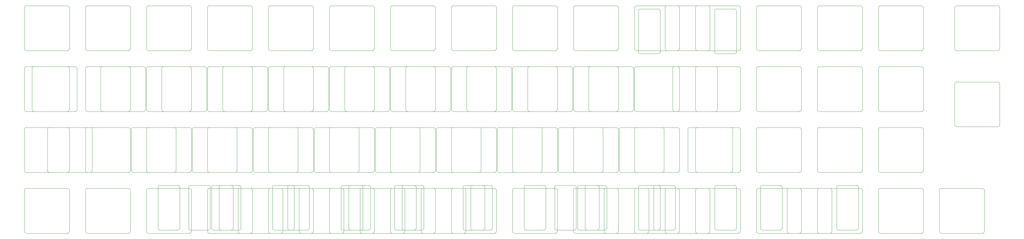
<source format=gbr>
G04 #@! TF.GenerationSoftware,KiCad,Pcbnew,8.0.4-1.fc39*
G04 #@! TF.CreationDate,2024-09-17T18:41:10-04:00*
G04 #@! TF.ProjectId,Q9-Chimera,51392d43-6869-46d6-9572-612e6b696361,rev?*
G04 #@! TF.SameCoordinates,Original*
G04 #@! TF.FileFunction,Other,ECO2*
%FSLAX46Y46*%
G04 Gerber Fmt 4.6, Leading zero omitted, Abs format (unit mm)*
G04 Created by KiCad (PCBNEW 8.0.4-1.fc39) date 2024-09-17 18:41:10*
%MOMM*%
%LPD*%
G01*
G04 APERTURE LIST*
%ADD10C,0.050000*%
G04 APERTURE END LIST*
D10*
G04 #@! TO.C,MX9*
X170800000Y-18900000D02*
X170800000Y-31900000D01*
X171300000Y-32400000D02*
X184300000Y-32400000D01*
X184300000Y-18400000D02*
X171300000Y-18400000D01*
X184800000Y-31900000D02*
X184800000Y-18900000D01*
X170800000Y-18900000D02*
G75*
G02*
X171300000Y-18400000I500000J0D01*
G01*
X171300000Y-32400000D02*
G75*
G02*
X170800000Y-31900000I0J500000D01*
G01*
X184300000Y-18400000D02*
G75*
G02*
X184800000Y-18900000I-1J-500001D01*
G01*
X184797236Y-31898884D02*
G75*
G02*
X184297236Y-32398884I-500001J1D01*
G01*
G04 #@! TO.C,MX20*
X75550000Y-37950000D02*
X75550000Y-50950000D01*
X76050000Y-51450000D02*
X89050000Y-51450000D01*
X89050000Y-37450000D02*
X76050000Y-37450000D01*
X89550000Y-50950000D02*
X89550000Y-37950000D01*
X75550000Y-37950000D02*
G75*
G02*
X76050000Y-37450000I500000J0D01*
G01*
X76050000Y-51450000D02*
G75*
G02*
X75550000Y-50950000I0J500000D01*
G01*
X89050000Y-37450000D02*
G75*
G02*
X89550000Y-37950000I-1J-500001D01*
G01*
X89547236Y-50948884D02*
G75*
G02*
X89047236Y-51448884I-500001J1D01*
G01*
G04 #@! TO.C,MX90*
X225568568Y-57000000D02*
X225568568Y-70000000D01*
X226068568Y-70500000D02*
X239068568Y-70500000D01*
X239068568Y-56500000D02*
X226068568Y-56500000D01*
X239568568Y-70000000D02*
X239568568Y-57000000D01*
X225568568Y-57000000D02*
G75*
G02*
X226068568Y-56500000I500000J0D01*
G01*
X226068568Y-70500000D02*
G75*
G02*
X225568568Y-70000000I0J500000D01*
G01*
X239068568Y-56500000D02*
G75*
G02*
X239568568Y-57000000I-1J-500001D01*
G01*
X239565804Y-69998884D02*
G75*
G02*
X239065804Y-70498884I-500001J1D01*
G01*
G04 #@! TO.C,MX49*
X37450000Y-76050000D02*
X37450000Y-89050000D01*
X37950000Y-89550000D02*
X50950000Y-89550000D01*
X50950000Y-75550000D02*
X37950000Y-75550000D01*
X51450000Y-89050000D02*
X51450000Y-76050000D01*
X37450000Y-76050000D02*
G75*
G02*
X37950000Y-75550000I500000J0D01*
G01*
X37950000Y-89550000D02*
G75*
G02*
X37450000Y-89050000I0J500000D01*
G01*
X50950000Y-75550000D02*
G75*
G02*
X51450000Y-76050000I-1J-500001D01*
G01*
X51447236Y-89048884D02*
G75*
G02*
X50947236Y-89548884I-500001J1D01*
G01*
G04 #@! TO.C,MX36*
X75550000Y-57000000D02*
X75550000Y-70000000D01*
X76050000Y-70500000D02*
X89050000Y-70500000D01*
X89050000Y-56500000D02*
X76050000Y-56500000D01*
X89550000Y-70000000D02*
X89550000Y-57000000D01*
X75552764Y-57001116D02*
G75*
G02*
X76052764Y-56501116I500001J-1D01*
G01*
X76050000Y-70500000D02*
G75*
G02*
X75550000Y-70000000I1J500001D01*
G01*
X89050000Y-56500000D02*
G75*
G02*
X89550000Y-57000000I0J-500000D01*
G01*
X89550000Y-70000000D02*
G75*
G02*
X89050000Y-70500000I-500000J0D01*
G01*
G04 #@! TO.C,MX16*
X308912500Y-18900000D02*
X308912500Y-31900000D01*
X309412500Y-32400000D02*
X322412500Y-32400000D01*
X322412500Y-18400000D02*
X309412500Y-18400000D01*
X322912500Y-31900000D02*
X322912500Y-18900000D01*
X308912500Y-18900000D02*
G75*
G02*
X309412500Y-18400000I500000J0D01*
G01*
X309412500Y-32400000D02*
G75*
G02*
X308912500Y-31900000I0J500000D01*
G01*
X322412500Y-18400000D02*
G75*
G02*
X322912500Y-18900000I-1J-500001D01*
G01*
X322909736Y-31898884D02*
G75*
G02*
X322409736Y-32398884I-500001J1D01*
G01*
G04 #@! TO.C,MX5*
X94600000Y-18900000D02*
X94600000Y-31900000D01*
X95100000Y-32400000D02*
X108100000Y-32400000D01*
X108100000Y-18400000D02*
X95100000Y-18400000D01*
X108600000Y-31900000D02*
X108600000Y-18900000D01*
X94600000Y-18900000D02*
G75*
G02*
X95100000Y-18400000I500000J0D01*
G01*
X95100000Y-32400000D02*
G75*
G02*
X94600000Y-31900000I0J500000D01*
G01*
X108100000Y-18400000D02*
G75*
G02*
X108600000Y-18900000I-1J-500001D01*
G01*
X108597236Y-31898884D02*
G75*
G02*
X108097236Y-32398884I-500001J1D01*
G01*
G04 #@! TO.C,MX37*
X94600000Y-57000000D02*
X94600000Y-70000000D01*
X95100000Y-70500000D02*
X108100000Y-70500000D01*
X108100000Y-56500000D02*
X95100000Y-56500000D01*
X108600000Y-70000000D02*
X108600000Y-57000000D01*
X94602764Y-57001116D02*
G75*
G02*
X95102764Y-56501116I500001J-1D01*
G01*
X95100000Y-70500000D02*
G75*
G02*
X94600000Y-70000000I1J500001D01*
G01*
X108100000Y-56500000D02*
G75*
G02*
X108600000Y-57000000I0J-500000D01*
G01*
X108600000Y-70000000D02*
G75*
G02*
X108100000Y-70500000I-500000J0D01*
G01*
G04 #@! TO.C,MX82*
X70787448Y-57000000D02*
X70787448Y-70000000D01*
X71287448Y-70500000D02*
X84287448Y-70500000D01*
X84287448Y-56500000D02*
X71287448Y-56500000D01*
X84787448Y-70000000D02*
X84787448Y-57000000D01*
X70787448Y-57000000D02*
G75*
G02*
X71287448Y-56500000I500000J0D01*
G01*
X71287448Y-70500000D02*
G75*
G02*
X70787448Y-70000000I0J500000D01*
G01*
X84287448Y-56500000D02*
G75*
G02*
X84787448Y-57000000I-1J-500001D01*
G01*
X84784684Y-69998884D02*
G75*
G02*
X84284684Y-70498884I-500001J1D01*
G01*
G04 #@! TO.C,MX44*
X227950000Y-57000000D02*
X227950000Y-70000000D01*
X228450000Y-70500000D02*
X241450000Y-70500000D01*
X241450000Y-56500000D02*
X228450000Y-56500000D01*
X241950000Y-70000000D02*
X241950000Y-57000000D01*
X227952764Y-57001116D02*
G75*
G02*
X228452764Y-56501116I500001J-1D01*
G01*
X228450000Y-70500000D02*
G75*
G02*
X227950000Y-70000000I1J500001D01*
G01*
X241450000Y-56500000D02*
G75*
G02*
X241950000Y-57000000I0J-500000D01*
G01*
X241950000Y-70000000D02*
G75*
G02*
X241450000Y-70500000I-500000J0D01*
G01*
G04 #@! TO.C,MX30*
X266050000Y-37950000D02*
X266050000Y-50950000D01*
X266550000Y-51450000D02*
X279550000Y-51450000D01*
X279550000Y-37450000D02*
X266550000Y-37450000D01*
X280050000Y-50950000D02*
X280050000Y-37950000D01*
X266050000Y-37950000D02*
G75*
G02*
X266550000Y-37450000I500000J0D01*
G01*
X266550000Y-51450000D02*
G75*
G02*
X266050000Y-50950000I0J500000D01*
G01*
X279550000Y-37450000D02*
G75*
G02*
X280050000Y-37950000I-1J-500001D01*
G01*
X280047236Y-50948884D02*
G75*
G02*
X279547236Y-51448884I-500001J1D01*
G01*
G04 #@! TO.C,MX52*
X94600000Y-76050000D02*
X94600000Y-89050000D01*
X95100000Y-89550000D02*
X108100000Y-89550000D01*
X108100000Y-75550000D02*
X95100000Y-75550000D01*
X108600000Y-89050000D02*
X108600000Y-76050000D01*
X94600000Y-76050000D02*
G75*
G02*
X95100000Y-75550000I500000J0D01*
G01*
X95100000Y-89550000D02*
G75*
G02*
X94600000Y-89050000I0J500000D01*
G01*
X108100000Y-75550000D02*
G75*
G02*
X108600000Y-76050000I-1J-500001D01*
G01*
X108597236Y-89048884D02*
G75*
G02*
X108097236Y-89548884I-500001J1D01*
G01*
G04 #@! TO.C,MX50*
X56500000Y-76050000D02*
X56500000Y-89050000D01*
X57000000Y-89550000D02*
X70000000Y-89550000D01*
X70000000Y-75550000D02*
X57000000Y-75550000D01*
X70500000Y-89050000D02*
X70500000Y-76050000D01*
X56500000Y-76050000D02*
G75*
G02*
X57000000Y-75550000I500000J0D01*
G01*
X57000000Y-89550000D02*
G75*
G02*
X56500000Y-89050000I0J500000D01*
G01*
X70000000Y-75550000D02*
G75*
G02*
X70500000Y-76050000I-1J-500001D01*
G01*
X70497236Y-89048884D02*
G75*
G02*
X69997236Y-89548884I-500001J1D01*
G01*
G04 #@! TO.C,MX83*
X89837432Y-57000000D02*
X89837432Y-70000000D01*
X90337432Y-70500000D02*
X103337432Y-70500000D01*
X103337432Y-56500000D02*
X90337432Y-56500000D01*
X103837432Y-70000000D02*
X103837432Y-57000000D01*
X89837432Y-57000000D02*
G75*
G02*
X90337432Y-56500000I500000J0D01*
G01*
X90337432Y-70500000D02*
G75*
G02*
X89837432Y-70000000I0J500000D01*
G01*
X103337432Y-56500000D02*
G75*
G02*
X103837432Y-57000000I-1J-500001D01*
G01*
X103834668Y-69998884D02*
G75*
G02*
X103334668Y-70498884I-500001J1D01*
G01*
G04 #@! TO.C,MX74*
X118412408Y-37950000D02*
X118412408Y-50950000D01*
X118912408Y-51450000D02*
X131912408Y-51450000D01*
X131912408Y-37450000D02*
X118912408Y-37450000D01*
X132412408Y-50950000D02*
X132412408Y-37950000D01*
X118415172Y-37951116D02*
G75*
G02*
X118915172Y-37451116I500001J-1D01*
G01*
X118912408Y-51450000D02*
G75*
G02*
X118412408Y-50950000I1J500001D01*
G01*
X131912408Y-37450000D02*
G75*
G02*
X132412408Y-37950000I0J-500000D01*
G01*
X132412408Y-50950000D02*
G75*
G02*
X131912408Y-51450000I-500000J0D01*
G01*
G04 #@! TO.C,MX47*
X285100000Y-57000000D02*
X285100000Y-70000000D01*
X285600000Y-70500000D02*
X298600000Y-70500000D01*
X298600000Y-56500000D02*
X285600000Y-56500000D01*
X299100000Y-70000000D02*
X299100000Y-57000000D01*
X285100000Y-57000000D02*
G75*
G02*
X285600000Y-56500000I500000J0D01*
G01*
X285600000Y-70500000D02*
G75*
G02*
X285100000Y-70000000I0J500000D01*
G01*
X298600000Y-56500000D02*
G75*
G02*
X299100000Y-57000000I-1J-500001D01*
G01*
X299097236Y-69998884D02*
G75*
G02*
X298597236Y-70498884I-500001J1D01*
G01*
G04 #@! TO.C,MX73*
X99362424Y-37950000D02*
X99362424Y-50950000D01*
X99862424Y-51450000D02*
X112862424Y-51450000D01*
X112862424Y-37450000D02*
X99862424Y-37450000D01*
X113362424Y-50950000D02*
X113362424Y-37950000D01*
X99365188Y-37951116D02*
G75*
G02*
X99865188Y-37451116I500001J-1D01*
G01*
X99862424Y-51450000D02*
G75*
G02*
X99362424Y-50950000I1J500001D01*
G01*
X112862424Y-37450000D02*
G75*
G02*
X113362424Y-37950000I0J-500000D01*
G01*
X113362424Y-50950000D02*
G75*
G02*
X112862424Y-51450000I-500000J0D01*
G01*
G04 #@! TO.C,MX1*
X18400000Y-18900000D02*
X18400000Y-31900000D01*
X18900000Y-32400000D02*
X31900000Y-32400000D01*
X31900000Y-18400000D02*
X18900000Y-18400000D01*
X32400000Y-31900000D02*
X32400000Y-18900000D01*
X18400000Y-18900000D02*
G75*
G02*
X18900000Y-18400000I500000J0D01*
G01*
X18900000Y-32400000D02*
G75*
G02*
X18400000Y-31900000I0J500000D01*
G01*
X31900000Y-18400000D02*
G75*
G02*
X32400000Y-18900000I-1J-500001D01*
G01*
X32397236Y-31898884D02*
G75*
G02*
X31897236Y-32398884I-500001J1D01*
G01*
G04 #@! TO.C,MX65*
X304150000Y-76050000D02*
X304150000Y-89050000D01*
X304650000Y-89550000D02*
X317650000Y-89550000D01*
X317650000Y-75550000D02*
X304650000Y-75550000D01*
X318150000Y-89050000D02*
X318150000Y-76050000D01*
X304150000Y-76050000D02*
G75*
G02*
X304650000Y-75550000I500000J0D01*
G01*
X304650000Y-89550000D02*
G75*
G02*
X304150000Y-89050000I0J500000D01*
G01*
X317650000Y-75550000D02*
G75*
G02*
X318150000Y-76050000I-1J-500001D01*
G01*
X318147236Y-89048884D02*
G75*
G02*
X317647236Y-89548884I-500001J1D01*
G01*
G04 #@! TO.C,S2*
X133943750Y-75049999D02*
X133943750Y-88049999D01*
X140193750Y-74549999D02*
X134443750Y-74549999D01*
X140193750Y-88549999D02*
X134443750Y-88549999D01*
X140693750Y-75049999D02*
X140693750Y-88049999D01*
X157756250Y-75049999D02*
X157756250Y-88049999D01*
X164005039Y-88549999D02*
X158256250Y-88549999D01*
X164006250Y-74549999D02*
X158256250Y-74549999D01*
X164506250Y-75049999D02*
X164505039Y-88049999D01*
X133943750Y-75049999D02*
G75*
G02*
X134443750Y-74549999I500001J-1D01*
G01*
X134443750Y-88549999D02*
G75*
G02*
X133943750Y-88049999I1J500001D01*
G01*
X140193750Y-74549999D02*
G75*
G02*
X140693750Y-75049999I-1J-500001D01*
G01*
X140693750Y-88049999D02*
G75*
G02*
X140193750Y-88549999I-500001J1D01*
G01*
X157756250Y-75049999D02*
G75*
G02*
X158256250Y-74550000I499970J29D01*
G01*
X158256250Y-88549999D02*
G75*
G02*
X157756201Y-88049999I50J500099D01*
G01*
X164006250Y-74549999D02*
G75*
G02*
X164506301Y-75049999I-50J-500101D01*
G01*
X164505039Y-88049999D02*
G75*
G02*
X164005039Y-88549999I-500039J39D01*
G01*
G04 #@! TO.C,MX84*
X108887416Y-57000000D02*
X108887416Y-70000000D01*
X109387416Y-70500000D02*
X122387416Y-70500000D01*
X122387416Y-56500000D02*
X109387416Y-56500000D01*
X122887416Y-70000000D02*
X122887416Y-57000000D01*
X108887416Y-57000000D02*
G75*
G02*
X109387416Y-56500000I500000J0D01*
G01*
X109387416Y-70500000D02*
G75*
G02*
X108887416Y-70000000I0J500000D01*
G01*
X122387416Y-56500000D02*
G75*
G02*
X122887416Y-57000000I-1J-500001D01*
G01*
X122884652Y-69998884D02*
G75*
G02*
X122384652Y-70498884I-500001J1D01*
G01*
G04 #@! TO.C,MX28*
X227950000Y-37950000D02*
X227950000Y-50950000D01*
X228450000Y-51450000D02*
X241450000Y-51450000D01*
X241450000Y-37450000D02*
X228450000Y-37450000D01*
X241950000Y-50950000D02*
X241950000Y-37950000D01*
X227952764Y-37951116D02*
G75*
G02*
X228452764Y-37451116I500001J-1D01*
G01*
X228450000Y-51450000D02*
G75*
G02*
X227950000Y-50950000I1J500001D01*
G01*
X241450000Y-37450000D02*
G75*
G02*
X241950000Y-37950000I0J-500000D01*
G01*
X241950000Y-50950000D02*
G75*
G02*
X241450000Y-51450000I-500000J0D01*
G01*
G04 #@! TO.C,MX67*
X256524792Y-76050000D02*
X256524792Y-89050000D01*
X257024792Y-89550000D02*
X270024792Y-89550000D01*
X270024792Y-75550000D02*
X257024792Y-75550000D01*
X270524792Y-89050000D02*
X270524792Y-76050000D01*
X256527556Y-76051116D02*
G75*
G02*
X257027556Y-75551116I500001J-1D01*
G01*
X257024792Y-89550000D02*
G75*
G02*
X256524792Y-89050000I1J500001D01*
G01*
X270024792Y-75550000D02*
G75*
G02*
X270524792Y-76050000I0J-500000D01*
G01*
X270524792Y-89050000D02*
G75*
G02*
X270024792Y-89550000I-500000J0D01*
G01*
G04 #@! TO.C,MX71*
X61262456Y-37950000D02*
X61262456Y-50950000D01*
X61762456Y-51450000D02*
X74762456Y-51450000D01*
X74762456Y-37450000D02*
X61762456Y-37450000D01*
X75262456Y-50950000D02*
X75262456Y-37950000D01*
X61265220Y-37951116D02*
G75*
G02*
X61765220Y-37451116I500001J-1D01*
G01*
X61762456Y-51450000D02*
G75*
G02*
X61262456Y-50950000I1J500001D01*
G01*
X74762456Y-37450000D02*
G75*
G02*
X75262456Y-37950000I0J-500000D01*
G01*
X75262456Y-50950000D02*
G75*
G02*
X74762456Y-51450000I-500000J0D01*
G01*
G04 #@! TO.C,S9*
X191093750Y-75049999D02*
X191093750Y-88049999D01*
X197343750Y-74549999D02*
X191593750Y-74549999D01*
X197343750Y-88549999D02*
X191593750Y-88549999D01*
X197843750Y-75049999D02*
X197843750Y-88049999D01*
X214906250Y-75049999D02*
X214906250Y-88049999D01*
X221155039Y-88549999D02*
X215406250Y-88549999D01*
X221156250Y-74549999D02*
X215406250Y-74549999D01*
X221656250Y-75049999D02*
X221655039Y-88049999D01*
X191093750Y-75049999D02*
G75*
G02*
X191593750Y-74549999I500001J-1D01*
G01*
X191593750Y-88549999D02*
G75*
G02*
X191093750Y-88049999I1J500001D01*
G01*
X197343750Y-74549999D02*
G75*
G02*
X197843750Y-75049999I-1J-500001D01*
G01*
X197843750Y-88049999D02*
G75*
G02*
X197343750Y-88549999I-500001J1D01*
G01*
X214906250Y-75049999D02*
G75*
G02*
X215406250Y-74550000I499970J29D01*
G01*
X215406250Y-88549999D02*
G75*
G02*
X214906201Y-88049999I50J500099D01*
G01*
X221156250Y-74549999D02*
G75*
G02*
X221656301Y-75049999I-50J-500101D01*
G01*
X221655039Y-88049999D02*
G75*
G02*
X221155039Y-88549999I-500039J39D01*
G01*
G04 #@! TO.C,MX95*
X123174904Y-76049991D02*
X123174904Y-89049993D01*
X123674903Y-89549992D02*
X136674905Y-89549992D01*
X136674905Y-75549992D02*
X123674903Y-75549992D01*
X137174904Y-89049993D02*
X137174904Y-76049991D01*
X123177668Y-76051108D02*
G75*
G02*
X123677668Y-75551108I500001J-1D01*
G01*
X123674903Y-89549992D02*
G75*
G02*
X123174904Y-89049993I2J500001D01*
G01*
X136674905Y-75549992D02*
G75*
G02*
X137174904Y-76049991I-1J-500000D01*
G01*
X137174904Y-89049993D02*
G75*
G02*
X136674905Y-89549992I-500000J1D01*
G01*
G04 #@! TO.C,MX80*
X25543736Y-56999999D02*
X25543736Y-70000001D01*
X26043735Y-70500000D02*
X39043737Y-70500000D01*
X39043737Y-56500000D02*
X26043735Y-56500000D01*
X39543736Y-70000001D02*
X39543736Y-56999999D01*
X25546500Y-57001116D02*
G75*
G02*
X26046500Y-56501116I500001J-1D01*
G01*
X26043735Y-70500000D02*
G75*
G02*
X25543736Y-70000001I2J500001D01*
G01*
X39043737Y-56500000D02*
G75*
G02*
X39543736Y-56999999I-1J-500000D01*
G01*
X39543736Y-70000001D02*
G75*
G02*
X39043737Y-70500000I-500000J1D01*
G01*
G04 #@! TO.C,MX19*
X56500000Y-37950000D02*
X56500000Y-50950000D01*
X57000000Y-51450000D02*
X70000000Y-51450000D01*
X70000000Y-37450000D02*
X57000000Y-37450000D01*
X70500000Y-50950000D02*
X70500000Y-37950000D01*
X56500000Y-37950000D02*
G75*
G02*
X57000000Y-37450000I500000J0D01*
G01*
X57000000Y-51450000D02*
G75*
G02*
X56500000Y-50950000I0J500000D01*
G01*
X70000000Y-37450000D02*
G75*
G02*
X70500000Y-37950000I-1J-500001D01*
G01*
X70497236Y-50948884D02*
G75*
G02*
X69997236Y-51448884I-500001J1D01*
G01*
G04 #@! TO.C,MX51*
X75550000Y-76050000D02*
X75550000Y-89050000D01*
X76050000Y-89550000D02*
X89050000Y-89550000D01*
X89050000Y-75550000D02*
X76050000Y-75550000D01*
X89550000Y-89050000D02*
X89550000Y-76050000D01*
X75550000Y-76050000D02*
G75*
G02*
X76050000Y-75550000I500000J0D01*
G01*
X76050000Y-89550000D02*
G75*
G02*
X75550000Y-89050000I0J500000D01*
G01*
X89050000Y-75550000D02*
G75*
G02*
X89550000Y-76050000I-1J-500001D01*
G01*
X89547236Y-89048884D02*
G75*
G02*
X89047236Y-89548884I-500001J1D01*
G01*
G04 #@! TO.C,S5*
X79175000Y-75049999D02*
X79175000Y-88049999D01*
X85425000Y-74549999D02*
X79675000Y-74549999D01*
X85425000Y-88549999D02*
X79675000Y-88549999D01*
X85925000Y-75049999D02*
X85925000Y-88049999D01*
X117275000Y-75049999D02*
X117275000Y-88049999D01*
X123523789Y-88549999D02*
X117775000Y-88549999D01*
X123525000Y-74549999D02*
X117775000Y-74549999D01*
X124025000Y-75049999D02*
X124023789Y-88049999D01*
X79175000Y-75049999D02*
G75*
G02*
X79675000Y-74549999I500001J-1D01*
G01*
X79675000Y-88549999D02*
G75*
G02*
X79175000Y-88049999I1J500001D01*
G01*
X85425000Y-74549999D02*
G75*
G02*
X85925000Y-75049999I-1J-500001D01*
G01*
X85925000Y-88049999D02*
G75*
G02*
X85425000Y-88549999I-500001J1D01*
G01*
X117275000Y-75049999D02*
G75*
G02*
X117775000Y-74550000I500000J-1D01*
G01*
X117775000Y-88549999D02*
G75*
G02*
X117275001Y-88049999I0J499999D01*
G01*
X123525000Y-74549999D02*
G75*
G02*
X124025001Y-75049999I0J-500001D01*
G01*
X124023789Y-88049999D02*
G75*
G02*
X123523789Y-88549989I-499989J-1D01*
G01*
G04 #@! TO.C,S3*
X210143750Y-75049999D02*
X210143750Y-88049999D01*
X216393750Y-74549999D02*
X210643750Y-74549999D01*
X216393750Y-88549999D02*
X210643750Y-88549999D01*
X216893750Y-75049999D02*
X216893750Y-88049999D01*
X233956250Y-75049999D02*
X233956250Y-88049999D01*
X240205039Y-88549999D02*
X234456250Y-88549999D01*
X240206250Y-74549999D02*
X234456250Y-74549999D01*
X240706250Y-75049999D02*
X240705039Y-88049999D01*
X210143750Y-75049999D02*
G75*
G02*
X210643750Y-74549999I500001J-1D01*
G01*
X210643750Y-88549999D02*
G75*
G02*
X210143750Y-88049999I1J500001D01*
G01*
X216393750Y-74549999D02*
G75*
G02*
X216893750Y-75049999I-1J-500001D01*
G01*
X216893750Y-88049999D02*
G75*
G02*
X216393750Y-88549999I-500001J1D01*
G01*
X233956250Y-75049999D02*
G75*
G02*
X234456250Y-74550000I499970J29D01*
G01*
X234456250Y-88549999D02*
G75*
G02*
X233956201Y-88049999I50J500099D01*
G01*
X240206250Y-74549999D02*
G75*
G02*
X240706301Y-75049999I-50J-500101D01*
G01*
X240705039Y-88049999D02*
G75*
G02*
X240205039Y-88549999I-500039J39D01*
G01*
G04 #@! TO.C,MX69*
X20781240Y-37949999D02*
X20781240Y-50950001D01*
X21281239Y-51450000D02*
X34281241Y-51450000D01*
X34281241Y-37450000D02*
X21281239Y-37450000D01*
X34781240Y-50950001D02*
X34781240Y-37949999D01*
X20784004Y-37951116D02*
G75*
G02*
X21284004Y-37451116I500001J-1D01*
G01*
X21281239Y-51450000D02*
G75*
G02*
X20781240Y-50950001I2J500001D01*
G01*
X34281241Y-37450000D02*
G75*
G02*
X34781240Y-37949999I-1J-500000D01*
G01*
X34781240Y-50950001D02*
G75*
G02*
X34281241Y-51450000I-500000J1D01*
G01*
G04 #@! TO.C,MX92*
X199375000Y-76050000D02*
X199375000Y-89050000D01*
X199875000Y-89550000D02*
X212875000Y-89550000D01*
X212875000Y-75550000D02*
X199875000Y-75550000D01*
X213375000Y-89050000D02*
X213375000Y-76050000D01*
X199377764Y-76051116D02*
G75*
G02*
X199877764Y-75551116I500001J-1D01*
G01*
X199875000Y-89550000D02*
G75*
G02*
X199375000Y-89050000I1J500001D01*
G01*
X212875000Y-75550000D02*
G75*
G02*
X213375000Y-76050000I0J-500000D01*
G01*
X213375000Y-89050000D02*
G75*
G02*
X212875000Y-89550000I-500000J0D01*
G01*
G04 #@! TO.C,MX35*
X56500000Y-57000000D02*
X56500000Y-70000000D01*
X57000000Y-70500000D02*
X70000000Y-70500000D01*
X70000000Y-56500000D02*
X57000000Y-56500000D01*
X70500000Y-70000000D02*
X70500000Y-57000000D01*
X56502764Y-57001116D02*
G75*
G02*
X57002764Y-56501116I500001J-1D01*
G01*
X57000000Y-70500000D02*
G75*
G02*
X56500000Y-70000000I1J500001D01*
G01*
X70000000Y-56500000D02*
G75*
G02*
X70500000Y-57000000I0J-500000D01*
G01*
X70500000Y-70000000D02*
G75*
G02*
X70000000Y-70500000I-500000J0D01*
G01*
G04 #@! TO.C,S13*
X60124904Y-75049990D02*
X60124904Y-88049992D01*
X66373693Y-88549991D02*
X60624903Y-88549991D01*
X66374903Y-74549991D02*
X60624903Y-74549991D01*
X66874904Y-75049991D02*
X66873693Y-88049991D01*
X69649905Y-75049991D02*
X69649904Y-88049992D01*
X75899903Y-74549991D02*
X70149904Y-74549992D01*
X75899903Y-88549991D02*
X70149903Y-88549991D01*
X76399904Y-75049991D02*
X76399904Y-88049991D01*
X183949904Y-75049991D02*
X183949904Y-88049991D01*
X190198693Y-88549991D02*
X184449905Y-88549991D01*
X190199904Y-74549992D02*
X184449905Y-74549991D01*
X190699903Y-75049991D02*
X190698693Y-88049991D01*
X193474904Y-75049991D02*
X193474904Y-88049991D01*
X199723693Y-88549991D02*
X193974905Y-88549991D01*
X199724905Y-74549991D02*
X193974905Y-74549991D01*
X200224904Y-75049990D02*
X200223693Y-88049991D01*
X60124904Y-75049990D02*
G75*
G02*
X60624903Y-74549991I500001J-2D01*
G01*
X60624903Y-88549991D02*
G75*
G02*
X60124904Y-88049992I-1J499998D01*
G01*
X66374903Y-74549991D02*
G75*
G02*
X66874904Y-75049991I0J-500001D01*
G01*
X66873693Y-88049991D02*
G75*
G02*
X66373693Y-88549991I-499981J-19D01*
G01*
X69649905Y-75049991D02*
G75*
G02*
X70149904Y-74549992I500001J-2D01*
G01*
X70149903Y-88549991D02*
G75*
G02*
X69649904Y-88049992I2J500001D01*
G01*
X75899903Y-74549991D02*
G75*
G02*
X76399904Y-75049991I0J-500001D01*
G01*
X76399904Y-88049991D02*
G75*
G02*
X75899903Y-88549991I-500001J1D01*
G01*
X183949904Y-75049991D02*
G75*
G02*
X184449905Y-74549992I500000J-1D01*
G01*
X184449905Y-88549991D02*
G75*
G02*
X183949905Y-88049991I-1J499999D01*
G01*
X190199904Y-74549992D02*
G75*
G02*
X190699904Y-75049991I0J-500000D01*
G01*
X190698693Y-88049991D02*
G75*
G02*
X190198693Y-88549981I-499989J-1D01*
G01*
X193474904Y-75049991D02*
G75*
G02*
X193974905Y-74549992I500000J-1D01*
G01*
X193974905Y-88549991D02*
G75*
G02*
X193474905Y-88049991I-1J499999D01*
G01*
X199724905Y-74549991D02*
G75*
G02*
X200224905Y-75049990I-1J-500001D01*
G01*
X200223693Y-88049991D02*
G75*
G02*
X199723693Y-88549981I-499989J-1D01*
G01*
G04 #@! TO.C,MX31*
X285100000Y-37950000D02*
X285100000Y-50950000D01*
X285600000Y-51450000D02*
X298600000Y-51450000D01*
X298600000Y-37450000D02*
X285600000Y-37450000D01*
X299100000Y-50950000D02*
X299100000Y-37950000D01*
X285100000Y-37950000D02*
G75*
G02*
X285600000Y-37450000I500000J0D01*
G01*
X285600000Y-51450000D02*
G75*
G02*
X285100000Y-50950000I0J500000D01*
G01*
X298600000Y-37450000D02*
G75*
G02*
X299100000Y-37950000I-1J-500001D01*
G01*
X299097236Y-50948884D02*
G75*
G02*
X298597236Y-51448884I-500001J1D01*
G01*
G04 #@! TO.C,MX10*
X189850000Y-18900000D02*
X189850000Y-31900000D01*
X190350000Y-32400000D02*
X203350000Y-32400000D01*
X203350000Y-18400000D02*
X190350000Y-18400000D01*
X203850000Y-31900000D02*
X203850000Y-18900000D01*
X189850000Y-18900000D02*
G75*
G02*
X190350000Y-18400000I500000J0D01*
G01*
X190350000Y-32400000D02*
G75*
G02*
X189850000Y-31900000I0J500000D01*
G01*
X203350000Y-18400000D02*
G75*
G02*
X203850000Y-18900000I-1J-500001D01*
G01*
X203847236Y-31898884D02*
G75*
G02*
X203347236Y-32398884I-500001J1D01*
G01*
G04 #@! TO.C,MX12*
X227950000Y-18900000D02*
X227950000Y-31900000D01*
X228450000Y-32400000D02*
X241450000Y-32400000D01*
X241450000Y-18400000D02*
X228450000Y-18400000D01*
X241950000Y-31900000D02*
X241950000Y-18900000D01*
X227952764Y-18901116D02*
G75*
G02*
X228452764Y-18401116I500001J-1D01*
G01*
X228450000Y-32400000D02*
G75*
G02*
X227950000Y-31900000I1J500001D01*
G01*
X241450000Y-18400000D02*
G75*
G02*
X241950000Y-18900000I0J-500000D01*
G01*
X241950000Y-31900000D02*
G75*
G02*
X241450000Y-32400000I-500000J0D01*
G01*
G04 #@! TO.C,MX77*
X175562360Y-37950000D02*
X175562360Y-50950000D01*
X176062360Y-51450000D02*
X189062360Y-51450000D01*
X189062360Y-37450000D02*
X176062360Y-37450000D01*
X189562360Y-50950000D02*
X189562360Y-37950000D01*
X175565124Y-37951116D02*
G75*
G02*
X176065124Y-37451116I500001J-1D01*
G01*
X176062360Y-51450000D02*
G75*
G02*
X175562360Y-50950000I1J500001D01*
G01*
X189062360Y-37450000D02*
G75*
G02*
X189562360Y-37950000I0J-500000D01*
G01*
X189562360Y-50950000D02*
G75*
G02*
X189062360Y-51450000I-500000J0D01*
G01*
G04 #@! TO.C,MX23*
X132700000Y-37950000D02*
X132700000Y-50950000D01*
X133200000Y-51450000D02*
X146200000Y-51450000D01*
X146200000Y-37450000D02*
X133200000Y-37450000D01*
X146700000Y-50950000D02*
X146700000Y-37950000D01*
X132700000Y-37950000D02*
G75*
G02*
X133200000Y-37450000I500000J0D01*
G01*
X133200000Y-51450000D02*
G75*
G02*
X132700000Y-50950000I0J500000D01*
G01*
X146200000Y-37450000D02*
G75*
G02*
X146700000Y-37950000I-1J-500001D01*
G01*
X146697236Y-50948884D02*
G75*
G02*
X146197236Y-51448884I-500001J1D01*
G01*
G04 #@! TO.C,MX17*
X18400000Y-37950000D02*
X18400000Y-50950000D01*
X18900000Y-51450000D02*
X31900000Y-51450000D01*
X31900000Y-37450000D02*
X18900000Y-37450000D01*
X32400000Y-50950000D02*
X32400000Y-37950000D01*
X18400000Y-37950000D02*
G75*
G02*
X18900000Y-37450000I500000J0D01*
G01*
X18900000Y-51450000D02*
G75*
G02*
X18400000Y-50950000I0J500000D01*
G01*
X31900000Y-37450000D02*
G75*
G02*
X32400000Y-37950000I-1J-500001D01*
G01*
X32397236Y-50948884D02*
G75*
G02*
X31897236Y-51448884I-500001J1D01*
G01*
G04 #@! TO.C,S8*
X76793750Y-75049999D02*
X76793750Y-88049999D01*
X83043750Y-74549999D02*
X77293750Y-74549999D01*
X83043750Y-88549999D02*
X77293750Y-88549999D01*
X83543750Y-75049999D02*
X83543750Y-88049999D01*
X100606250Y-75049999D02*
X100606250Y-88049999D01*
X106855039Y-88549999D02*
X101106250Y-88549999D01*
X106856250Y-74549999D02*
X101106250Y-74549999D01*
X107356250Y-75049999D02*
X107355039Y-88049999D01*
X76793750Y-75049999D02*
G75*
G02*
X77293750Y-74549999I500001J-1D01*
G01*
X77293750Y-88549999D02*
G75*
G02*
X76793750Y-88049999I1J500001D01*
G01*
X83043750Y-74549999D02*
G75*
G02*
X83543750Y-75049999I-1J-500001D01*
G01*
X83543750Y-88049999D02*
G75*
G02*
X83043750Y-88549999I-500001J1D01*
G01*
X100606250Y-75049999D02*
G75*
G02*
X101106250Y-74550000I499970J29D01*
G01*
X101106250Y-88549999D02*
G75*
G02*
X100606201Y-88049999I50J500099D01*
G01*
X106856250Y-74549999D02*
G75*
G02*
X107356301Y-75049999I-50J-500101D01*
G01*
X107355039Y-88049999D02*
G75*
G02*
X106855039Y-88549999I-500039J39D01*
G01*
G04 #@! TO.C,MX24*
X151750000Y-37950000D02*
X151750000Y-50950000D01*
X152250000Y-51450000D02*
X165250000Y-51450000D01*
X165250000Y-37450000D02*
X152250000Y-37450000D01*
X165750000Y-50950000D02*
X165750000Y-37950000D01*
X151750000Y-37950000D02*
G75*
G02*
X152250000Y-37450000I500000J0D01*
G01*
X152250000Y-51450000D02*
G75*
G02*
X151750000Y-50950000I0J500000D01*
G01*
X165250000Y-37450000D02*
G75*
G02*
X165750000Y-37950000I-1J-500001D01*
G01*
X165747236Y-50948884D02*
G75*
G02*
X165247236Y-51448884I-500001J1D01*
G01*
G04 #@! TO.C,MX75*
X137462392Y-37950000D02*
X137462392Y-50950000D01*
X137962392Y-51450000D02*
X150962392Y-51450000D01*
X150962392Y-37450000D02*
X137962392Y-37450000D01*
X151462392Y-50950000D02*
X151462392Y-37950000D01*
X137465156Y-37951116D02*
G75*
G02*
X137965156Y-37451116I500001J-1D01*
G01*
X137962392Y-51450000D02*
G75*
G02*
X137462392Y-50950000I1J500001D01*
G01*
X150962392Y-37450000D02*
G75*
G02*
X151462392Y-37950000I0J-500000D01*
G01*
X151462392Y-50950000D02*
G75*
G02*
X150962392Y-51450000I-500000J0D01*
G01*
G04 #@! TO.C,MX81*
X51737464Y-57000000D02*
X51737464Y-70000000D01*
X52237464Y-70500000D02*
X65237464Y-70500000D01*
X65237464Y-56500000D02*
X52237464Y-56500000D01*
X65737464Y-70000000D02*
X65737464Y-57000000D01*
X51737464Y-57000000D02*
G75*
G02*
X52237464Y-56500000I500000J0D01*
G01*
X52237464Y-70500000D02*
G75*
G02*
X51737464Y-70000000I0J500000D01*
G01*
X65237464Y-56500000D02*
G75*
G02*
X65737464Y-57000000I-1J-500001D01*
G01*
X65734700Y-69998884D02*
G75*
G02*
X65234700Y-70498884I-500001J1D01*
G01*
G04 #@! TO.C,MX85*
X127937400Y-57000000D02*
X127937400Y-70000000D01*
X128437400Y-70500000D02*
X141437400Y-70500000D01*
X141437400Y-56500000D02*
X128437400Y-56500000D01*
X141937400Y-70000000D02*
X141937400Y-57000000D01*
X127937400Y-57000000D02*
G75*
G02*
X128437400Y-56500000I500000J0D01*
G01*
X128437400Y-70500000D02*
G75*
G02*
X127937400Y-70000000I0J500000D01*
G01*
X141437400Y-56500000D02*
G75*
G02*
X141937400Y-57000000I-1J-500001D01*
G01*
X141934636Y-69998884D02*
G75*
G02*
X141434636Y-70498884I-500001J1D01*
G01*
G04 #@! TO.C,MX27*
X208900000Y-37950000D02*
X208900000Y-50950000D01*
X209400000Y-51450000D02*
X222400000Y-51450000D01*
X222400000Y-37450000D02*
X209400000Y-37450000D01*
X222900000Y-50950000D02*
X222900000Y-37950000D01*
X208902764Y-37951116D02*
G75*
G02*
X209402764Y-37451116I500001J-1D01*
G01*
X209400000Y-51450000D02*
G75*
G02*
X208900000Y-50950000I1J500001D01*
G01*
X222400000Y-37450000D02*
G75*
G02*
X222900000Y-37950000I0J-500000D01*
G01*
X222900000Y-50950000D02*
G75*
G02*
X222400000Y-51450000I-500000J0D01*
G01*
G04 #@! TO.C,MX26*
X189850000Y-37950000D02*
X189850000Y-50950000D01*
X190350000Y-51450000D02*
X203350000Y-51450000D01*
X203350000Y-37450000D02*
X190350000Y-37450000D01*
X203850000Y-50950000D02*
X203850000Y-37950000D01*
X189850000Y-37950000D02*
G75*
G02*
X190350000Y-37450000I500000J0D01*
G01*
X190350000Y-51450000D02*
G75*
G02*
X189850000Y-50950000I0J500000D01*
G01*
X203350000Y-37450000D02*
G75*
G02*
X203850000Y-37950000I-1J-500001D01*
G01*
X203847236Y-50948884D02*
G75*
G02*
X203347236Y-51448884I-500001J1D01*
G01*
G04 #@! TO.C,S7*
X210143574Y-32899993D02*
X210144785Y-19899993D01*
X210643574Y-33399993D02*
X216393574Y-33399993D01*
X210644785Y-19399993D02*
X216393574Y-19399993D01*
X216893574Y-32899993D02*
X216893574Y-19899993D01*
X233956074Y-32899993D02*
X233956074Y-19899993D01*
X234456074Y-19399993D02*
X240206074Y-19399993D01*
X234456074Y-33399993D02*
X240206074Y-33399993D01*
X240706074Y-32899993D02*
X240706074Y-19899993D01*
X210144785Y-19899993D02*
G75*
G02*
X210644785Y-19399993I500039J-39D01*
G01*
X210643574Y-33399993D02*
G75*
G02*
X210143523Y-32899993I50J500101D01*
G01*
X216393574Y-19399993D02*
G75*
G02*
X216893623Y-19899993I-50J-500099D01*
G01*
X216893574Y-32899993D02*
G75*
G02*
X216393574Y-33399992I-499970J-29D01*
G01*
X233956074Y-19899993D02*
G75*
G02*
X234456074Y-19399993I500001J-1D01*
G01*
X234456074Y-33399993D02*
G75*
G02*
X233956074Y-32899993I1J500001D01*
G01*
X240206074Y-19399993D02*
G75*
G02*
X240706074Y-19899993I-1J-500001D01*
G01*
X240706074Y-32899993D02*
G75*
G02*
X240206074Y-33399993I-500001J1D01*
G01*
G04 #@! TO.C,MX13*
X247000000Y-18900000D02*
X247000000Y-31900000D01*
X247500000Y-32400000D02*
X260500000Y-32400000D01*
X260500000Y-18400000D02*
X247500000Y-18400000D01*
X261000000Y-31900000D02*
X261000000Y-18900000D01*
X247000000Y-18900000D02*
G75*
G02*
X247500000Y-18400000I500000J0D01*
G01*
X247500000Y-32400000D02*
G75*
G02*
X247000000Y-31900000I0J500000D01*
G01*
X260500000Y-18400000D02*
G75*
G02*
X261000000Y-18900000I-1J-500001D01*
G01*
X260997236Y-31898884D02*
G75*
G02*
X260497236Y-32398884I-500001J1D01*
G01*
G04 #@! TO.C,MX53*
X104125000Y-76050000D02*
X104125000Y-89050000D01*
X104625000Y-89550000D02*
X117625000Y-89550000D01*
X117625000Y-75550000D02*
X104625000Y-75550000D01*
X118125000Y-89050000D02*
X118125000Y-76050000D01*
X104127764Y-76051116D02*
G75*
G02*
X104627764Y-75551116I500001J-1D01*
G01*
X104625000Y-89550000D02*
G75*
G02*
X104125000Y-89050000I1J500001D01*
G01*
X117625000Y-75550000D02*
G75*
G02*
X118125000Y-76050000I0J-500000D01*
G01*
X118125000Y-89050000D02*
G75*
G02*
X117625000Y-89550000I-500000J0D01*
G01*
G04 #@! TO.C,S4*
X248243542Y-75049999D02*
X248243542Y-88049999D01*
X254493542Y-74549999D02*
X248743542Y-74549999D01*
X254493542Y-88549999D02*
X248743542Y-88549999D01*
X254993542Y-75049999D02*
X254993542Y-88049999D01*
X272056042Y-75049999D02*
X272056042Y-88049999D01*
X278304831Y-88549999D02*
X272556042Y-88549999D01*
X278306042Y-74549999D02*
X272556042Y-74549999D01*
X278806042Y-75049999D02*
X278804831Y-88049999D01*
X248243542Y-75049999D02*
G75*
G02*
X248743542Y-74549999I500001J-1D01*
G01*
X248743542Y-88549999D02*
G75*
G02*
X248243542Y-88049999I1J500001D01*
G01*
X254493542Y-74549999D02*
G75*
G02*
X254993542Y-75049999I-1J-500001D01*
G01*
X254993542Y-88049999D02*
G75*
G02*
X254493542Y-88549999I-500001J1D01*
G01*
X272056042Y-75049999D02*
G75*
G02*
X272556042Y-74550000I499970J29D01*
G01*
X272556042Y-88549999D02*
G75*
G02*
X272055993Y-88049999I50J500099D01*
G01*
X278306042Y-74549999D02*
G75*
G02*
X278806093Y-75049999I-50J-500101D01*
G01*
X278804831Y-88049999D02*
G75*
G02*
X278304831Y-88549999I-500039J39D01*
G01*
G04 #@! TO.C,S6*
X117275000Y-75049999D02*
X117275000Y-88049999D01*
X123525000Y-74549999D02*
X117775000Y-74549999D01*
X123525000Y-88549999D02*
X117775000Y-88549999D01*
X124025000Y-75049999D02*
X124025000Y-88049999D01*
X155375000Y-75049999D02*
X155375000Y-88049999D01*
X161623789Y-88549999D02*
X155875000Y-88549999D01*
X161625000Y-74549999D02*
X155875000Y-74549999D01*
X162125000Y-75049999D02*
X162123789Y-88049999D01*
X117275000Y-75049999D02*
G75*
G02*
X117775000Y-74549999I500001J-1D01*
G01*
X117775000Y-88549999D02*
G75*
G02*
X117275000Y-88049999I1J500001D01*
G01*
X123525000Y-74549999D02*
G75*
G02*
X124025000Y-75049999I-1J-500001D01*
G01*
X124025000Y-88049999D02*
G75*
G02*
X123525000Y-88549999I-500001J1D01*
G01*
X155375000Y-75049999D02*
G75*
G02*
X155875000Y-74550000I500000J-1D01*
G01*
X155875000Y-88549999D02*
G75*
G02*
X155375001Y-88049999I0J499999D01*
G01*
X161625000Y-74549999D02*
G75*
G02*
X162125001Y-75049999I0J-500001D01*
G01*
X162123789Y-88049999D02*
G75*
G02*
X161623789Y-88549989I-499989J-1D01*
G01*
G04 #@! TO.C,MX62*
X247000000Y-76050000D02*
X247000000Y-89050000D01*
X247500000Y-89550000D02*
X260500000Y-89550000D01*
X260500000Y-75550000D02*
X247500000Y-75550000D01*
X261000000Y-89050000D02*
X261000000Y-76050000D01*
X247000000Y-76050000D02*
G75*
G02*
X247500000Y-75550000I500000J0D01*
G01*
X247500000Y-89550000D02*
G75*
G02*
X247000000Y-89050000I0J500000D01*
G01*
X260500000Y-75550000D02*
G75*
G02*
X261000000Y-76050000I-1J-500001D01*
G01*
X260997236Y-89048884D02*
G75*
G02*
X260497236Y-89548884I-500001J1D01*
G01*
G04 #@! TO.C,MX78*
X194612344Y-37950000D02*
X194612344Y-50950000D01*
X195112344Y-51450000D02*
X208112344Y-51450000D01*
X208112344Y-37450000D02*
X195112344Y-37450000D01*
X208612344Y-50950000D02*
X208612344Y-37950000D01*
X194615108Y-37951116D02*
G75*
G02*
X195115108Y-37451116I500001J-1D01*
G01*
X195112344Y-51450000D02*
G75*
G02*
X194612344Y-50950000I1J500001D01*
G01*
X208112344Y-37450000D02*
G75*
G02*
X208612344Y-37950000I0J-500000D01*
G01*
X208612344Y-50950000D02*
G75*
G02*
X208112344Y-51450000I-500000J0D01*
G01*
G04 #@! TO.C,MX4*
X75550000Y-18900000D02*
X75550000Y-31900000D01*
X76050000Y-32400000D02*
X89050000Y-32400000D01*
X89050000Y-18400000D02*
X76050000Y-18400000D01*
X89550000Y-31900000D02*
X89550000Y-18900000D01*
X75550000Y-18900000D02*
G75*
G02*
X76050000Y-18400000I500000J0D01*
G01*
X76050000Y-32400000D02*
G75*
G02*
X75550000Y-31900000I0J500000D01*
G01*
X89050000Y-18400000D02*
G75*
G02*
X89550000Y-18900000I-1J-500001D01*
G01*
X89547236Y-31898884D02*
G75*
G02*
X89047236Y-32398884I-500001J1D01*
G01*
G04 #@! TO.C,MX61*
X227950000Y-76050000D02*
X227950000Y-89050000D01*
X228450000Y-89550000D02*
X241450000Y-89550000D01*
X241450000Y-75550000D02*
X228450000Y-75550000D01*
X241950000Y-89050000D02*
X241950000Y-76050000D01*
X227950000Y-76050000D02*
G75*
G02*
X228450000Y-75550000I500000J0D01*
G01*
X228450000Y-89550000D02*
G75*
G02*
X227950000Y-89050000I0J500000D01*
G01*
X241450000Y-75550000D02*
G75*
G02*
X241950000Y-76050000I-1J-500001D01*
G01*
X241947236Y-89048884D02*
G75*
G02*
X241447236Y-89548884I-500001J1D01*
G01*
G04 #@! TO.C,MX41*
X170800000Y-57000000D02*
X170800000Y-70000000D01*
X171300000Y-70500000D02*
X184300000Y-70500000D01*
X184300000Y-56500000D02*
X171300000Y-56500000D01*
X184800000Y-70000000D02*
X184800000Y-57000000D01*
X170802764Y-57001116D02*
G75*
G02*
X171302764Y-56501116I500001J-1D01*
G01*
X171300000Y-70500000D02*
G75*
G02*
X170800000Y-70000000I1J500001D01*
G01*
X184300000Y-56500000D02*
G75*
G02*
X184800000Y-57000000I0J-500000D01*
G01*
X184800000Y-70000000D02*
G75*
G02*
X184300000Y-70500000I-500000J0D01*
G01*
G04 #@! TO.C,MX15*
X285100000Y-18900000D02*
X285100000Y-31900000D01*
X285600000Y-32400000D02*
X298600000Y-32400000D01*
X298600000Y-18400000D02*
X285600000Y-18400000D01*
X299100000Y-31900000D02*
X299100000Y-18900000D01*
X285100000Y-18900000D02*
G75*
G02*
X285600000Y-18400000I500000J0D01*
G01*
X285600000Y-32400000D02*
G75*
G02*
X285100000Y-31900000I0J500000D01*
G01*
X298600000Y-18400000D02*
G75*
G02*
X299100000Y-18900000I-1J-500001D01*
G01*
X299097236Y-31898884D02*
G75*
G02*
X298597236Y-32398884I-500001J1D01*
G01*
G04 #@! TO.C,MX57*
X170800000Y-76050000D02*
X170800000Y-89050000D01*
X171300000Y-89550000D02*
X184300000Y-89550000D01*
X184300000Y-75550000D02*
X171300000Y-75550000D01*
X184800000Y-89050000D02*
X184800000Y-76050000D01*
X170800000Y-76050000D02*
G75*
G02*
X171300000Y-75550000I500000J0D01*
G01*
X171300000Y-89550000D02*
G75*
G02*
X170800000Y-89050000I0J500000D01*
G01*
X184300000Y-75550000D02*
G75*
G02*
X184800000Y-76050000I-1J-500001D01*
G01*
X184797236Y-89048884D02*
G75*
G02*
X184297236Y-89548884I-500001J1D01*
G01*
G04 #@! TO.C,MX39*
X132700000Y-57000000D02*
X132700000Y-70000000D01*
X133200000Y-70500000D02*
X146200000Y-70500000D01*
X146200000Y-56500000D02*
X133200000Y-56500000D01*
X146700000Y-70000000D02*
X146700000Y-57000000D01*
X132702764Y-57001116D02*
G75*
G02*
X133202764Y-56501116I500001J-1D01*
G01*
X133200000Y-70500000D02*
G75*
G02*
X132700000Y-70000000I1J500001D01*
G01*
X146200000Y-56500000D02*
G75*
G02*
X146700000Y-57000000I0J-500000D01*
G01*
X146700000Y-70000000D02*
G75*
G02*
X146200000Y-70500000I-500000J0D01*
G01*
G04 #@! TO.C,MX68*
X218424824Y-18899992D02*
X218424824Y-31899992D01*
X218924824Y-32399992D02*
X231924824Y-32399992D01*
X231924824Y-18399992D02*
X218924824Y-18399992D01*
X232424824Y-31899992D02*
X232424824Y-18899992D01*
X218424824Y-18899992D02*
G75*
G02*
X218924824Y-18399992I500000J0D01*
G01*
X218924824Y-32399992D02*
G75*
G02*
X218424824Y-31899992I0J500000D01*
G01*
X231924824Y-18399992D02*
G75*
G02*
X232424824Y-18899992I-1J-500001D01*
G01*
X232422060Y-31898876D02*
G75*
G02*
X231922060Y-32398876I-500001J1D01*
G01*
G04 #@! TO.C,MX66*
X142225000Y-76050000D02*
X142225000Y-89050000D01*
X142725000Y-89550000D02*
X155725000Y-89550000D01*
X155725000Y-75550000D02*
X142725000Y-75550000D01*
X156225000Y-89050000D02*
X156225000Y-76050000D01*
X142227764Y-76051116D02*
G75*
G02*
X142727764Y-75551116I500001J-1D01*
G01*
X142725000Y-89550000D02*
G75*
G02*
X142225000Y-89050000I1J500001D01*
G01*
X155725000Y-75550000D02*
G75*
G02*
X156225000Y-76050000I0J-500000D01*
G01*
X156225000Y-89050000D02*
G75*
G02*
X155725000Y-89550000I-500000J0D01*
G01*
G04 #@! TO.C,MX14*
X266050000Y-18900000D02*
X266050000Y-31900000D01*
X266550000Y-32400000D02*
X279550000Y-32400000D01*
X279550000Y-18400000D02*
X266550000Y-18400000D01*
X280050000Y-31900000D02*
X280050000Y-18900000D01*
X266050000Y-18900000D02*
G75*
G02*
X266550000Y-18400000I500000J0D01*
G01*
X266550000Y-32400000D02*
G75*
G02*
X266050000Y-31900000I0J500000D01*
G01*
X279550000Y-18400000D02*
G75*
G02*
X280050000Y-18900000I-1J-500001D01*
G01*
X280047236Y-31898884D02*
G75*
G02*
X279547236Y-32398884I-500001J1D01*
G01*
G04 #@! TO.C,MX88*
X185087352Y-57000000D02*
X185087352Y-70000000D01*
X185587352Y-70500000D02*
X198587352Y-70500000D01*
X198587352Y-56500000D02*
X185587352Y-56500000D01*
X199087352Y-70000000D02*
X199087352Y-57000000D01*
X185087352Y-57000000D02*
G75*
G02*
X185587352Y-56500000I500000J0D01*
G01*
X185587352Y-70500000D02*
G75*
G02*
X185087352Y-70000000I0J500000D01*
G01*
X198587352Y-56500000D02*
G75*
G02*
X199087352Y-57000000I-1J-500001D01*
G01*
X199084588Y-69998884D02*
G75*
G02*
X198584588Y-70498884I-500001J1D01*
G01*
G04 #@! TO.C,MX40*
X151750000Y-57000000D02*
X151750000Y-70000000D01*
X152250000Y-70500000D02*
X165250000Y-70500000D01*
X165250000Y-56500000D02*
X152250000Y-56500000D01*
X165750000Y-70000000D02*
X165750000Y-57000000D01*
X151752764Y-57001116D02*
G75*
G02*
X152252764Y-56501116I500001J-1D01*
G01*
X152250000Y-70500000D02*
G75*
G02*
X151750000Y-70000000I1J500001D01*
G01*
X165250000Y-56500000D02*
G75*
G02*
X165750000Y-57000000I0J-500000D01*
G01*
X165750000Y-70000000D02*
G75*
G02*
X165250000Y-70500000I-500000J0D01*
G01*
G04 #@! TO.C,MX11*
X208900000Y-18900000D02*
X208900000Y-31900000D01*
X209400000Y-32400000D02*
X222400000Y-32400000D01*
X222400000Y-18400000D02*
X209400000Y-18400000D01*
X222900000Y-31900000D02*
X222900000Y-18900000D01*
X208902764Y-18901116D02*
G75*
G02*
X209402764Y-18401116I500001J-1D01*
G01*
X209400000Y-32400000D02*
G75*
G02*
X208900000Y-31900000I1J500001D01*
G01*
X222400000Y-18400000D02*
G75*
G02*
X222900000Y-18900000I0J-500000D01*
G01*
X222900000Y-31900000D02*
G75*
G02*
X222400000Y-32400000I-500000J0D01*
G01*
G04 #@! TO.C,MX89*
X204137336Y-57000000D02*
X204137336Y-70000000D01*
X204637336Y-70500000D02*
X217637336Y-70500000D01*
X217637336Y-56500000D02*
X204637336Y-56500000D01*
X218137336Y-70000000D02*
X218137336Y-57000000D01*
X204137336Y-57000000D02*
G75*
G02*
X204637336Y-56500000I500000J0D01*
G01*
X204637336Y-70500000D02*
G75*
G02*
X204137336Y-70000000I0J500000D01*
G01*
X217637336Y-56500000D02*
G75*
G02*
X218137336Y-57000000I-1J-500001D01*
G01*
X218134572Y-69998884D02*
G75*
G02*
X217634572Y-70498884I-500001J1D01*
G01*
G04 #@! TO.C,MX48*
X18400000Y-76050000D02*
X18400000Y-89050000D01*
X18900000Y-89550000D02*
X31900000Y-89550000D01*
X31900000Y-75550000D02*
X18900000Y-75550000D01*
X32400000Y-89050000D02*
X32400000Y-76050000D01*
X18400000Y-76050000D02*
G75*
G02*
X18900000Y-75550000I500000J0D01*
G01*
X18900000Y-89550000D02*
G75*
G02*
X18400000Y-89050000I0J500000D01*
G01*
X31900000Y-75550000D02*
G75*
G02*
X32400000Y-76050000I-1J-500001D01*
G01*
X32397236Y-89048884D02*
G75*
G02*
X31897236Y-89548884I-500001J1D01*
G01*
G04 #@! TO.C,MX54*
X113650000Y-76050000D02*
X113650000Y-89050000D01*
X114150000Y-89550000D02*
X127150000Y-89550000D01*
X127150000Y-75550000D02*
X114150000Y-75550000D01*
X127650000Y-89050000D02*
X127650000Y-76050000D01*
X113650000Y-76050000D02*
G75*
G02*
X114150000Y-75550000I500000J0D01*
G01*
X114150000Y-89550000D02*
G75*
G02*
X113650000Y-89050000I0J500000D01*
G01*
X127150000Y-75550000D02*
G75*
G02*
X127650000Y-76050000I-1J-500001D01*
G01*
X127647236Y-89048884D02*
G75*
G02*
X127147236Y-89548884I-500001J1D01*
G01*
G04 #@! TO.C,MX70*
X42212472Y-37950000D02*
X42212472Y-50950000D01*
X42712472Y-51450000D02*
X55712472Y-51450000D01*
X55712472Y-37450000D02*
X42712472Y-37450000D01*
X56212472Y-50950000D02*
X56212472Y-37950000D01*
X42215236Y-37951116D02*
G75*
G02*
X42715236Y-37451116I500001J-1D01*
G01*
X42712472Y-51450000D02*
G75*
G02*
X42212472Y-50950000I1J500001D01*
G01*
X55712472Y-37450000D02*
G75*
G02*
X56212472Y-37950000I0J-500000D01*
G01*
X56212472Y-50950000D02*
G75*
G02*
X55712472Y-51450000I-500000J0D01*
G01*
G04 #@! TO.C,MX21*
X94600000Y-37950000D02*
X94600000Y-50950000D01*
X95100000Y-51450000D02*
X108100000Y-51450000D01*
X108100000Y-37450000D02*
X95100000Y-37450000D01*
X108600000Y-50950000D02*
X108600000Y-37950000D01*
X94600000Y-37950000D02*
G75*
G02*
X95100000Y-37450000I500000J0D01*
G01*
X95100000Y-51450000D02*
G75*
G02*
X94600000Y-50950000I0J500000D01*
G01*
X108100000Y-37450000D02*
G75*
G02*
X108600000Y-37950000I-1J-500001D01*
G01*
X108597236Y-50948884D02*
G75*
G02*
X108097236Y-51448884I-500001J1D01*
G01*
G04 #@! TO.C,MX59*
X208900000Y-76050000D02*
X208900000Y-89050000D01*
X209400000Y-89550000D02*
X222400000Y-89550000D01*
X222400000Y-75550000D02*
X209400000Y-75550000D01*
X222900000Y-89050000D02*
X222900000Y-76050000D01*
X208900000Y-76050000D02*
G75*
G02*
X209400000Y-75550000I500000J0D01*
G01*
X209400000Y-89550000D02*
G75*
G02*
X208900000Y-89050000I0J500000D01*
G01*
X222400000Y-75550000D02*
G75*
G02*
X222900000Y-76050000I-1J-500001D01*
G01*
X222897236Y-89048884D02*
G75*
G02*
X222397236Y-89548884I-500001J1D01*
G01*
G04 #@! TO.C,MX25*
X170800000Y-37950000D02*
X170800000Y-50950000D01*
X171300000Y-51450000D02*
X184300000Y-51450000D01*
X184300000Y-37450000D02*
X171300000Y-37450000D01*
X184800000Y-50950000D02*
X184800000Y-37950000D01*
X170800000Y-37950000D02*
G75*
G02*
X171300000Y-37450000I500000J0D01*
G01*
X171300000Y-51450000D02*
G75*
G02*
X170800000Y-50950000I0J500000D01*
G01*
X184300000Y-37450000D02*
G75*
G02*
X184800000Y-37950000I-1J-500001D01*
G01*
X184797236Y-50948884D02*
G75*
G02*
X184297236Y-51448884I-500001J1D01*
G01*
G04 #@! TO.C,MX32*
X308912500Y-42712500D02*
X308912500Y-55712500D01*
X309412500Y-56212500D02*
X322412500Y-56212500D01*
X322412500Y-42212500D02*
X309412500Y-42212500D01*
X322912500Y-55712500D02*
X322912500Y-42712500D01*
X308912500Y-42712500D02*
G75*
G02*
X309412500Y-42212500I500000J0D01*
G01*
X309412500Y-56212500D02*
G75*
G02*
X308912500Y-55712500I0J500000D01*
G01*
X322412500Y-42212500D02*
G75*
G02*
X322912500Y-42712500I-1J-500001D01*
G01*
X322909736Y-55711384D02*
G75*
G02*
X322409736Y-56211384I-500001J1D01*
G01*
G04 #@! TO.C,MX43*
X208900000Y-57000000D02*
X208900000Y-70000000D01*
X209400000Y-70500000D02*
X222400000Y-70500000D01*
X222400000Y-56500000D02*
X209400000Y-56500000D01*
X222900000Y-70000000D02*
X222900000Y-57000000D01*
X208902764Y-57001116D02*
G75*
G02*
X209402764Y-56501116I500001J-1D01*
G01*
X209400000Y-70500000D02*
G75*
G02*
X208900000Y-70000000I1J500001D01*
G01*
X222400000Y-56500000D02*
G75*
G02*
X222900000Y-57000000I0J-500000D01*
G01*
X222900000Y-70000000D02*
G75*
G02*
X222400000Y-70500000I-500000J0D01*
G01*
G04 #@! TO.C,MX86*
X146987384Y-57000000D02*
X146987384Y-70000000D01*
X147487384Y-70500000D02*
X160487384Y-70500000D01*
X160487384Y-56500000D02*
X147487384Y-56500000D01*
X160987384Y-70000000D02*
X160987384Y-57000000D01*
X146987384Y-57000000D02*
G75*
G02*
X147487384Y-56500000I500000J0D01*
G01*
X147487384Y-70500000D02*
G75*
G02*
X146987384Y-70000000I0J500000D01*
G01*
X160487384Y-56500000D02*
G75*
G02*
X160987384Y-57000000I-1J-500001D01*
G01*
X160984620Y-69998884D02*
G75*
G02*
X160484620Y-70498884I-500001J1D01*
G01*
G04 #@! TO.C,MX22*
X113650000Y-37950000D02*
X113650000Y-50950000D01*
X114150000Y-51450000D02*
X127150000Y-51450000D01*
X127150000Y-37450000D02*
X114150000Y-37450000D01*
X127650000Y-50950000D02*
X127650000Y-37950000D01*
X113650000Y-37950000D02*
G75*
G02*
X114150000Y-37450000I500000J0D01*
G01*
X114150000Y-51450000D02*
G75*
G02*
X113650000Y-50950000I0J500000D01*
G01*
X127150000Y-37450000D02*
G75*
G02*
X127650000Y-37950000I-1J-500001D01*
G01*
X127647236Y-50948884D02*
G75*
G02*
X127147236Y-51448884I-500001J1D01*
G01*
G04 #@! TO.C,MX46*
X266050000Y-57000000D02*
X266050000Y-70000000D01*
X266550000Y-70500000D02*
X279550000Y-70500000D01*
X279550000Y-56500000D02*
X266550000Y-56500000D01*
X280050000Y-70000000D02*
X280050000Y-57000000D01*
X266050000Y-57000000D02*
G75*
G02*
X266550000Y-56500000I500000J0D01*
G01*
X266550000Y-70500000D02*
G75*
G02*
X266050000Y-70000000I0J500000D01*
G01*
X279550000Y-56500000D02*
G75*
G02*
X280050000Y-57000000I-1J-500001D01*
G01*
X280047236Y-69998884D02*
G75*
G02*
X279547236Y-70498884I-500001J1D01*
G01*
G04 #@! TO.C,MX56*
X151750000Y-76050000D02*
X151750000Y-89050000D01*
X152250000Y-89550000D02*
X165250000Y-89550000D01*
X165250000Y-75550000D02*
X152250000Y-75550000D01*
X165750000Y-89050000D02*
X165750000Y-76050000D01*
X151750000Y-76050000D02*
G75*
G02*
X152250000Y-75550000I500000J0D01*
G01*
X152250000Y-89550000D02*
G75*
G02*
X151750000Y-89050000I0J500000D01*
G01*
X165250000Y-75550000D02*
G75*
G02*
X165750000Y-76050000I-1J-500001D01*
G01*
X165747236Y-89048884D02*
G75*
G02*
X165247236Y-89548884I-500001J1D01*
G01*
G04 #@! TO.C,MX72*
X80312440Y-37950000D02*
X80312440Y-50950000D01*
X80812440Y-51450000D02*
X93812440Y-51450000D01*
X93812440Y-37450000D02*
X80812440Y-37450000D01*
X94312440Y-50950000D02*
X94312440Y-37950000D01*
X80315204Y-37951116D02*
G75*
G02*
X80815204Y-37451116I500001J-1D01*
G01*
X80812440Y-51450000D02*
G75*
G02*
X80312440Y-50950000I1J500001D01*
G01*
X93812440Y-37450000D02*
G75*
G02*
X94312440Y-37950000I0J-500000D01*
G01*
X94312440Y-50950000D02*
G75*
G02*
X93812440Y-51450000I-500000J0D01*
G01*
G04 #@! TO.C,MX91*
X85075000Y-76050000D02*
X85075000Y-89050000D01*
X85575000Y-89550000D02*
X98575000Y-89550000D01*
X98575000Y-75550000D02*
X85575000Y-75550000D01*
X99075000Y-89050000D02*
X99075000Y-76050000D01*
X85077764Y-76051116D02*
G75*
G02*
X85577764Y-75551116I500001J-1D01*
G01*
X85575000Y-89550000D02*
G75*
G02*
X85075000Y-89050000I1J500001D01*
G01*
X98575000Y-75550000D02*
G75*
G02*
X99075000Y-76050000I0J-500000D01*
G01*
X99075000Y-89050000D02*
G75*
G02*
X98575000Y-89550000I-500000J0D01*
G01*
G04 #@! TO.C,MX29*
X247000000Y-37950000D02*
X247000000Y-50950000D01*
X247500000Y-51450000D02*
X260500000Y-51450000D01*
X260500000Y-37450000D02*
X247500000Y-37450000D01*
X261000000Y-50950000D02*
X261000000Y-37950000D01*
X247000000Y-37950000D02*
G75*
G02*
X247500000Y-37450000I500000J0D01*
G01*
X247500000Y-51450000D02*
G75*
G02*
X247000000Y-50950000I0J500000D01*
G01*
X260500000Y-37450000D02*
G75*
G02*
X261000000Y-37950000I-1J-500001D01*
G01*
X260997236Y-50948884D02*
G75*
G02*
X260497236Y-51448884I-500001J1D01*
G01*
G04 #@! TO.C,MX42*
X189850000Y-57000000D02*
X189850000Y-70000000D01*
X190350000Y-70500000D02*
X203350000Y-70500000D01*
X203350000Y-56500000D02*
X190350000Y-56500000D01*
X203850000Y-70000000D02*
X203850000Y-57000000D01*
X189852764Y-57001116D02*
G75*
G02*
X190352764Y-56501116I500001J-1D01*
G01*
X190350000Y-70500000D02*
G75*
G02*
X189850000Y-70000000I1J500001D01*
G01*
X203350000Y-56500000D02*
G75*
G02*
X203850000Y-57000000I0J-500000D01*
G01*
X203850000Y-70000000D02*
G75*
G02*
X203350000Y-70500000I-500000J0D01*
G01*
G04 #@! TO.C,MX33*
X18400000Y-57000000D02*
X18400000Y-70000000D01*
X18900000Y-70500000D02*
X31900000Y-70500000D01*
X31900000Y-56500000D02*
X18900000Y-56500000D01*
X32400000Y-70000000D02*
X32400000Y-57000000D01*
X18400000Y-57000000D02*
G75*
G02*
X18900000Y-56500000I500000J0D01*
G01*
X18900000Y-70500000D02*
G75*
G02*
X18400000Y-70000000I0J500000D01*
G01*
X31900000Y-56500000D02*
G75*
G02*
X32400000Y-57000000I-1J-500001D01*
G01*
X32397236Y-69998884D02*
G75*
G02*
X31897236Y-70498884I-500001J1D01*
G01*
G04 #@! TO.C,MX34*
X37450000Y-57000000D02*
X37450000Y-70000000D01*
X37950000Y-70500000D02*
X50950000Y-70500000D01*
X50950000Y-56500000D02*
X37950000Y-56500000D01*
X51450000Y-70000000D02*
X51450000Y-57000000D01*
X37450000Y-57000000D02*
G75*
G02*
X37950000Y-56500000I500000J0D01*
G01*
X37950000Y-70500000D02*
G75*
G02*
X37450000Y-70000000I0J500000D01*
G01*
X50950000Y-56500000D02*
G75*
G02*
X51450000Y-57000000I-1J-500001D01*
G01*
X51447236Y-69998884D02*
G75*
G02*
X50947236Y-70498884I-500001J1D01*
G01*
G04 #@! TO.C,S1*
X95843750Y-75049999D02*
X95843750Y-88049999D01*
X102093750Y-74549999D02*
X96343750Y-74549999D01*
X102093750Y-88549999D02*
X96343750Y-88549999D01*
X102593750Y-75049999D02*
X102593750Y-88049999D01*
X119656250Y-75049999D02*
X119656250Y-88049999D01*
X125905039Y-88549999D02*
X120156250Y-88549999D01*
X125906250Y-74549999D02*
X120156250Y-74549999D01*
X126406250Y-75049999D02*
X126405039Y-88049999D01*
X95843750Y-75049999D02*
G75*
G02*
X96343750Y-74549999I500001J-1D01*
G01*
X96343750Y-88549999D02*
G75*
G02*
X95843750Y-88049999I1J500001D01*
G01*
X102093750Y-74549999D02*
G75*
G02*
X102593750Y-75049999I-1J-500001D01*
G01*
X102593750Y-88049999D02*
G75*
G02*
X102093750Y-88549999I-500001J1D01*
G01*
X119656250Y-75049999D02*
G75*
G02*
X120156250Y-74550000I499970J29D01*
G01*
X120156250Y-88549999D02*
G75*
G02*
X119656201Y-88049999I50J500099D01*
G01*
X125906250Y-74549999D02*
G75*
G02*
X126406301Y-75049999I-50J-500101D01*
G01*
X126405039Y-88049999D02*
G75*
G02*
X125905039Y-88549999I-500039J39D01*
G01*
G04 #@! TO.C,MX87*
X166037368Y-57000000D02*
X166037368Y-70000000D01*
X166537368Y-70500000D02*
X179537368Y-70500000D01*
X179537368Y-56500000D02*
X166537368Y-56500000D01*
X180037368Y-70000000D02*
X180037368Y-57000000D01*
X166037368Y-57000000D02*
G75*
G02*
X166537368Y-56500000I500000J0D01*
G01*
X166537368Y-70500000D02*
G75*
G02*
X166037368Y-70000000I0J500000D01*
G01*
X179537368Y-56500000D02*
G75*
G02*
X180037368Y-57000000I-1J-500001D01*
G01*
X180034604Y-69998884D02*
G75*
G02*
X179534604Y-70498884I-500001J1D01*
G01*
G04 #@! TO.C,MX45*
X247000000Y-57000000D02*
X247000000Y-70000000D01*
X247500000Y-70500000D02*
X260500000Y-70500000D01*
X260500000Y-56500000D02*
X247500000Y-56500000D01*
X261000000Y-70000000D02*
X261000000Y-57000000D01*
X247000000Y-57000000D02*
G75*
G02*
X247500000Y-56500000I500000J0D01*
G01*
X247500000Y-70500000D02*
G75*
G02*
X247000000Y-70000000I0J500000D01*
G01*
X260500000Y-56500000D02*
G75*
G02*
X261000000Y-57000000I-1J-500001D01*
G01*
X260997236Y-69998884D02*
G75*
G02*
X260497236Y-70498884I-500001J1D01*
G01*
G04 #@! TO.C,S10*
X136325000Y-75049999D02*
X136325000Y-88049999D01*
X142575000Y-74549999D02*
X136825000Y-74549999D01*
X142575000Y-88549999D02*
X136825000Y-88549999D01*
X143075000Y-75049999D02*
X143075000Y-88049999D01*
X174425000Y-75049999D02*
X174425000Y-88049999D01*
X180673789Y-88549999D02*
X174925000Y-88549999D01*
X180675000Y-74549999D02*
X174925000Y-74549999D01*
X181175000Y-75049999D02*
X181173789Y-88049999D01*
X136325000Y-75049999D02*
G75*
G02*
X136825000Y-74549999I500001J-1D01*
G01*
X136825000Y-88549999D02*
G75*
G02*
X136325000Y-88049999I1J500001D01*
G01*
X142575000Y-74549999D02*
G75*
G02*
X143075000Y-75049999I-1J-500001D01*
G01*
X143075000Y-88049999D02*
G75*
G02*
X142575000Y-88549999I-500001J1D01*
G01*
X174425000Y-75049999D02*
G75*
G02*
X174925000Y-74550000I500000J-1D01*
G01*
X174925000Y-88549999D02*
G75*
G02*
X174425001Y-88049999I0J499999D01*
G01*
X180675000Y-74549999D02*
G75*
G02*
X181175001Y-75049999I0J-500001D01*
G01*
X181173789Y-88049999D02*
G75*
G02*
X180673789Y-88549989I-499989J-1D01*
G01*
G04 #@! TO.C,MX64*
X285100000Y-76050000D02*
X285100000Y-89050000D01*
X285600000Y-89550000D02*
X298600000Y-89550000D01*
X298600000Y-75550000D02*
X285600000Y-75550000D01*
X299100000Y-89050000D02*
X299100000Y-76050000D01*
X285100000Y-76050000D02*
G75*
G02*
X285600000Y-75550000I500000J0D01*
G01*
X285600000Y-89550000D02*
G75*
G02*
X285100000Y-89050000I0J500000D01*
G01*
X298600000Y-75550000D02*
G75*
G02*
X299100000Y-76050000I-1J-500001D01*
G01*
X299097236Y-89048884D02*
G75*
G02*
X298597236Y-89548884I-500001J1D01*
G01*
G04 #@! TO.C,MX18*
X37450000Y-37950000D02*
X37450000Y-50950000D01*
X37950000Y-51450000D02*
X50950000Y-51450000D01*
X50950000Y-37450000D02*
X37950000Y-37450000D01*
X51450000Y-50950000D02*
X51450000Y-37950000D01*
X37450000Y-37950000D02*
G75*
G02*
X37950000Y-37450000I500000J0D01*
G01*
X37950000Y-51450000D02*
G75*
G02*
X37450000Y-50950000I0J500000D01*
G01*
X50950000Y-37450000D02*
G75*
G02*
X51450000Y-37950000I-1J-500001D01*
G01*
X51447236Y-50948884D02*
G75*
G02*
X50947236Y-51448884I-500001J1D01*
G01*
G04 #@! TO.C,MX63*
X266050000Y-76050000D02*
X266050000Y-89050000D01*
X266550000Y-89550000D02*
X279550000Y-89550000D01*
X279550000Y-75550000D02*
X266550000Y-75550000D01*
X280050000Y-89050000D02*
X280050000Y-76050000D01*
X266050000Y-76050000D02*
G75*
G02*
X266550000Y-75550000I500000J0D01*
G01*
X266550000Y-89550000D02*
G75*
G02*
X266050000Y-89050000I0J500000D01*
G01*
X279550000Y-75550000D02*
G75*
G02*
X280050000Y-76050000I-1J-500001D01*
G01*
X280047236Y-89048884D02*
G75*
G02*
X279547236Y-89548884I-500001J1D01*
G01*
G04 #@! TO.C,MX60*
X218425000Y-76050000D02*
X218425000Y-89050000D01*
X218925000Y-89550000D02*
X231925000Y-89550000D01*
X231925000Y-75550000D02*
X218925000Y-75550000D01*
X232425000Y-89050000D02*
X232425000Y-76050000D01*
X218427764Y-76051116D02*
G75*
G02*
X218927764Y-75551116I500001J-1D01*
G01*
X218925000Y-89550000D02*
G75*
G02*
X218425000Y-89050000I1J500001D01*
G01*
X231925000Y-75550000D02*
G75*
G02*
X232425000Y-76050000I0J-500000D01*
G01*
X232425000Y-89050000D02*
G75*
G02*
X231925000Y-89550000I-500000J0D01*
G01*
G04 #@! TO.C,MX76*
X156512376Y-37950000D02*
X156512376Y-50950000D01*
X157012376Y-51450000D02*
X170012376Y-51450000D01*
X170012376Y-37450000D02*
X157012376Y-37450000D01*
X170512376Y-50950000D02*
X170512376Y-37950000D01*
X156515140Y-37951116D02*
G75*
G02*
X157015140Y-37451116I500001J-1D01*
G01*
X157012376Y-51450000D02*
G75*
G02*
X156512376Y-50950000I1J500001D01*
G01*
X170012376Y-37450000D02*
G75*
G02*
X170512376Y-37950000I0J-500000D01*
G01*
X170512376Y-50950000D02*
G75*
G02*
X170012376Y-51450000I-500000J0D01*
G01*
G04 #@! TO.C,MX2*
X37450000Y-18900000D02*
X37450000Y-31900000D01*
X37950000Y-32400000D02*
X50950000Y-32400000D01*
X50950000Y-18400000D02*
X37950000Y-18400000D01*
X51450000Y-31900000D02*
X51450000Y-18900000D01*
X37450000Y-18900000D02*
G75*
G02*
X37950000Y-18400000I500000J0D01*
G01*
X37950000Y-32400000D02*
G75*
G02*
X37450000Y-31900000I0J500000D01*
G01*
X50950000Y-18400000D02*
G75*
G02*
X51450000Y-18900000I-1J-500001D01*
G01*
X51447236Y-31898884D02*
G75*
G02*
X50947236Y-32398884I-500001J1D01*
G01*
G04 #@! TO.C,MX58*
X189850000Y-76050000D02*
X189850000Y-89050000D01*
X190350000Y-89550000D02*
X203350000Y-89550000D01*
X203350000Y-75550000D02*
X190350000Y-75550000D01*
X203850000Y-89050000D02*
X203850000Y-76050000D01*
X189850000Y-76050000D02*
G75*
G02*
X190350000Y-75550000I500000J0D01*
G01*
X190350000Y-89550000D02*
G75*
G02*
X189850000Y-89050000I0J500000D01*
G01*
X203350000Y-75550000D02*
G75*
G02*
X203850000Y-76050000I-1J-500001D01*
G01*
X203847236Y-89048884D02*
G75*
G02*
X203347236Y-89548884I-500001J1D01*
G01*
G04 #@! TO.C,MX6*
X113650000Y-18900000D02*
X113650000Y-31900000D01*
X114150000Y-32400000D02*
X127150000Y-32400000D01*
X127150000Y-18400000D02*
X114150000Y-18400000D01*
X127650000Y-31900000D02*
X127650000Y-18900000D01*
X113650000Y-18900000D02*
G75*
G02*
X114150000Y-18400000I500000J0D01*
G01*
X114150000Y-32400000D02*
G75*
G02*
X113650000Y-31900000I0J500000D01*
G01*
X127150000Y-18400000D02*
G75*
G02*
X127650000Y-18900000I-1J-500001D01*
G01*
X127647236Y-31898884D02*
G75*
G02*
X127147236Y-32398884I-500001J1D01*
G01*
G04 #@! TO.C,MX8*
X151750000Y-18900000D02*
X151750000Y-31900000D01*
X152250000Y-32400000D02*
X165250000Y-32400000D01*
X165250000Y-18400000D02*
X152250000Y-18400000D01*
X165750000Y-31900000D02*
X165750000Y-18900000D01*
X151750000Y-18900000D02*
G75*
G02*
X152250000Y-18400000I500000J0D01*
G01*
X152250000Y-32400000D02*
G75*
G02*
X151750000Y-31900000I0J500000D01*
G01*
X165250000Y-18400000D02*
G75*
G02*
X165750000Y-18900000I-1J-500001D01*
G01*
X165747236Y-31898884D02*
G75*
G02*
X165247236Y-32398884I-500001J1D01*
G01*
G04 #@! TO.C,MX38*
X113650000Y-57000000D02*
X113650000Y-70000000D01*
X114150000Y-70500000D02*
X127150000Y-70500000D01*
X127150000Y-56500000D02*
X114150000Y-56500000D01*
X127650000Y-70000000D02*
X127650000Y-57000000D01*
X113652764Y-57001116D02*
G75*
G02*
X114152764Y-56501116I500001J-1D01*
G01*
X114150000Y-70500000D02*
G75*
G02*
X113650000Y-70000000I1J500001D01*
G01*
X127150000Y-56500000D02*
G75*
G02*
X127650000Y-57000000I0J-500000D01*
G01*
X127650000Y-70000000D02*
G75*
G02*
X127150000Y-70500000I-500000J0D01*
G01*
G04 #@! TO.C,MX79*
X220806072Y-37949999D02*
X220806072Y-50950001D01*
X221306071Y-51450000D02*
X234306073Y-51450000D01*
X234306073Y-37450000D02*
X221306071Y-37450000D01*
X234806072Y-50950001D02*
X234806072Y-37949999D01*
X220806072Y-37949999D02*
G75*
G02*
X221306071Y-37450000I500000J-1D01*
G01*
X221306071Y-51450000D02*
G75*
G02*
X220806072Y-50950001I1J500000D01*
G01*
X234306073Y-37450000D02*
G75*
G02*
X234806072Y-37949999I-2J-500001D01*
G01*
X234803308Y-50948884D02*
G75*
G02*
X234303308Y-51448884I-500001J1D01*
G01*
G04 #@! TO.C,MX7*
X132700000Y-18900000D02*
X132700000Y-31900000D01*
X133200000Y-32400000D02*
X146200000Y-32400000D01*
X146200000Y-18400000D02*
X133200000Y-18400000D01*
X146700000Y-31900000D02*
X146700000Y-18900000D01*
X132700000Y-18900000D02*
G75*
G02*
X133200000Y-18400000I500000J0D01*
G01*
X133200000Y-32400000D02*
G75*
G02*
X132700000Y-31900000I0J500000D01*
G01*
X146200000Y-18400000D02*
G75*
G02*
X146700000Y-18900000I-1J-500001D01*
G01*
X146697236Y-31898884D02*
G75*
G02*
X146197236Y-32398884I-500001J1D01*
G01*
G04 #@! TO.C,MX3*
X56500000Y-18900000D02*
X56500000Y-31900000D01*
X57000000Y-32400000D02*
X70000000Y-32400000D01*
X70000000Y-18400000D02*
X57000000Y-18400000D01*
X70500000Y-31900000D02*
X70500000Y-18900000D01*
X56500000Y-18900000D02*
G75*
G02*
X57000000Y-18400000I500000J0D01*
G01*
X57000000Y-32400000D02*
G75*
G02*
X56500000Y-31900000I0J500000D01*
G01*
X70000000Y-18400000D02*
G75*
G02*
X70500000Y-18900000I-1J-500001D01*
G01*
X70497236Y-31898884D02*
G75*
G02*
X69997236Y-32398884I-500001J1D01*
G01*
G04 #@! TO.C,MX55*
X132700000Y-76050000D02*
X132700000Y-89050000D01*
X133200000Y-89550000D02*
X146200000Y-89550000D01*
X146200000Y-75550000D02*
X133200000Y-75550000D01*
X146700000Y-89050000D02*
X146700000Y-76050000D01*
X132700000Y-76050000D02*
G75*
G02*
X133200000Y-75550000I500000J0D01*
G01*
X133200000Y-89550000D02*
G75*
G02*
X132700000Y-89050000I0J500000D01*
G01*
X146200000Y-75550000D02*
G75*
G02*
X146700000Y-76050000I-1J-500001D01*
G01*
X146697236Y-89048884D02*
G75*
G02*
X146197236Y-89548884I-500001J1D01*
G01*
G04 #@! TD*
M02*

</source>
